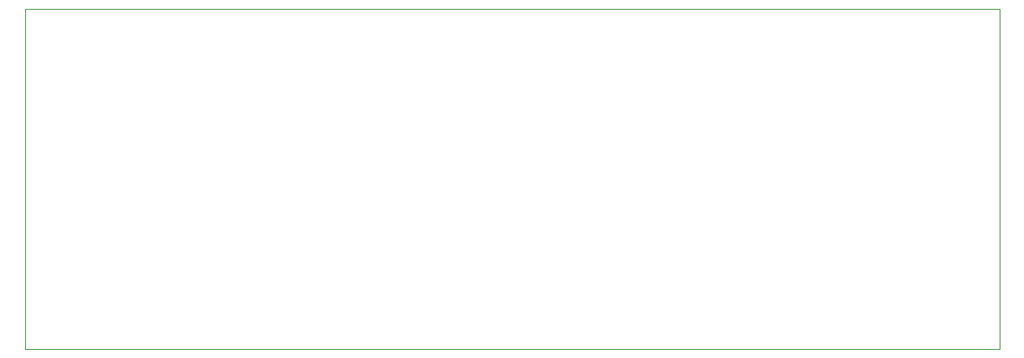
<source format=gbr>
%TF.GenerationSoftware,KiCad,Pcbnew,(6.0.9)*%
%TF.CreationDate,2022-11-20T18:13:40+01:00*%
%TF.ProjectId,esp32_ttgo_capaci,65737033-325f-4747-9467-6f5f63617061,rev?*%
%TF.SameCoordinates,Original*%
%TF.FileFunction,Profile,NP*%
%FSLAX46Y46*%
G04 Gerber Fmt 4.6, Leading zero omitted, Abs format (unit mm)*
G04 Created by KiCad (PCBNEW (6.0.9)) date 2022-11-20 18:13:40*
%MOMM*%
%LPD*%
G01*
G04 APERTURE LIST*
%TA.AperFunction,Profile*%
%ADD10C,0.100000*%
%TD*%
G04 APERTURE END LIST*
D10*
X15240000Y-12700000D02*
X116840000Y-12700000D01*
X15240000Y-48260000D02*
X15240000Y-12700000D01*
X116840000Y-48260000D02*
X15240000Y-48260000D01*
X116840000Y-12700000D02*
X116840000Y-48260000D01*
M02*

</source>
